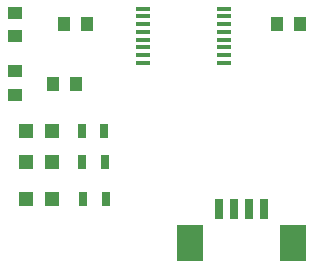
<source format=gbr>
G04 #@! TF.FileFunction,Paste,Top*
%FSLAX46Y46*%
G04 Gerber Fmt 4.6, Leading zero omitted, Abs format (unit mm)*
G04 Created by KiCad (PCBNEW 4.0.5) date 01/20/17 14:33:55*
%MOMM*%
%LPD*%
G01*
G04 APERTURE LIST*
%ADD10C,0.100000*%
%ADD11R,1.200000X0.400000*%
%ADD12R,1.000000X1.250000*%
%ADD13R,1.250000X1.000000*%
%ADD14R,1.200000X1.200000*%
%ADD15R,0.700000X1.300000*%
%ADD16R,0.800000X1.700000*%
%ADD17R,2.200000X3.100000*%
G04 APERTURE END LIST*
D10*
D11*
X148378500Y-85355000D03*
X148378500Y-86005000D03*
X148378500Y-86655000D03*
X148378500Y-87305000D03*
X148378500Y-87955000D03*
X148378500Y-88605000D03*
X148378500Y-89255000D03*
X148378500Y-89905000D03*
X155278500Y-89905000D03*
X155278500Y-89255000D03*
X155278500Y-88605000D03*
X155278500Y-87955000D03*
X155278500Y-87305000D03*
X155278500Y-86655000D03*
X155278500Y-86005000D03*
X155278500Y-85355000D03*
D12*
X161718500Y-86614000D03*
X159718500Y-86614000D03*
D13*
X137541000Y-85677500D03*
X137541000Y-87677500D03*
X137541000Y-90630500D03*
X137541000Y-92630500D03*
D12*
X143684500Y-86614000D03*
X141684500Y-86614000D03*
X142732000Y-91757500D03*
X140732000Y-91757500D03*
D14*
X138473000Y-98361500D03*
X140673000Y-98361500D03*
X138473000Y-95694500D03*
X140673000Y-95694500D03*
X138473000Y-101473000D03*
X140673000Y-101473000D03*
D15*
X143258500Y-98361500D03*
X145158500Y-98361500D03*
X145095000Y-95694500D03*
X143195000Y-95694500D03*
X143322000Y-101473000D03*
X145222000Y-101473000D03*
D16*
X154843000Y-102309000D03*
X156093000Y-102309000D03*
X157343000Y-102309000D03*
X158593000Y-102309000D03*
D17*
X152343000Y-105209000D03*
X161093000Y-105209000D03*
M02*

</source>
